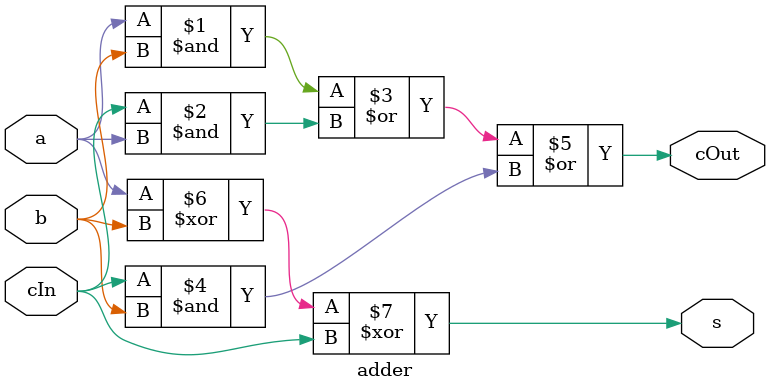
<source format=v>
module main(SW, LEDR);

input [9:0] SW;
output [9:0] LEDR;

wire W1, W2, W3;

adder u0(.a(SW[4]), .b(SW[0]), .cIn(SW[8]), .s(LEDR[0]), .cOut(w1));
adder u1(.a(SW[5]), .b(SW[1]), .cIn(w1), .s(LEDR[1]), .cOut(w2));
adder u2(.a(SW[6]), .b(SW[2]), .cIn(w2), .s(LEDR[2]), .cOut(w3));
adder u3(.a(SW[7]), .b(SW[3]), .cIn(w3), .s(LEDR[3]), .cOut(LEDR[9]));

endmodule

module adder(a, b, cIn, s, cOut);

input a, b, cIn;
output s, cOut;

assign cOut = (a & b) | (cIn & a) | (cIn & b);
assign s = a ^ b ^ cIn;

endmodule


</source>
